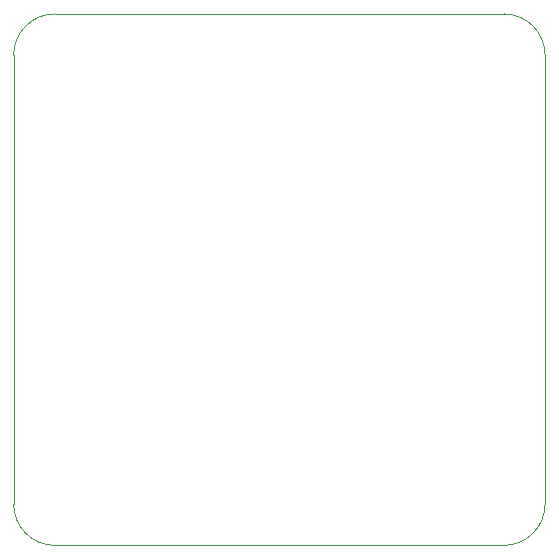
<source format=gm1>
%TF.GenerationSoftware,KiCad,Pcbnew,8.0.7*%
%TF.CreationDate,2025-10-10T17:09:57-07:00*%
%TF.ProjectId,CurlDrive-2,4375726c-4472-4697-9665-2d322e6b6963,rev?*%
%TF.SameCoordinates,Original*%
%TF.FileFunction,Profile,NP*%
%FSLAX46Y46*%
G04 Gerber Fmt 4.6, Leading zero omitted, Abs format (unit mm)*
G04 Created by KiCad (PCBNEW 8.0.7) date 2025-10-10 17:09:57*
%MOMM*%
%LPD*%
G01*
G04 APERTURE LIST*
%TA.AperFunction,Profile*%
%ADD10C,0.050000*%
%TD*%
G04 APERTURE END LIST*
D10*
X169000000Y-77500000D02*
X131000000Y-77500000D01*
X127500000Y-119000000D02*
X127500000Y-81000000D01*
X127500000Y-81000000D02*
G75*
G02*
X131000000Y-77500000I3500000J0D01*
G01*
X169000000Y-77500000D02*
G75*
G02*
X172500000Y-81000000I0J-3500000D01*
G01*
X172500000Y-119000000D02*
G75*
G02*
X169000000Y-122500000I-3500000J0D01*
G01*
X131000000Y-122500000D02*
G75*
G02*
X127500000Y-119000000I0J3500000D01*
G01*
X169000000Y-122500000D02*
X131000000Y-122500000D01*
X172500000Y-81000000D02*
X172500000Y-119000000D01*
M02*

</source>
